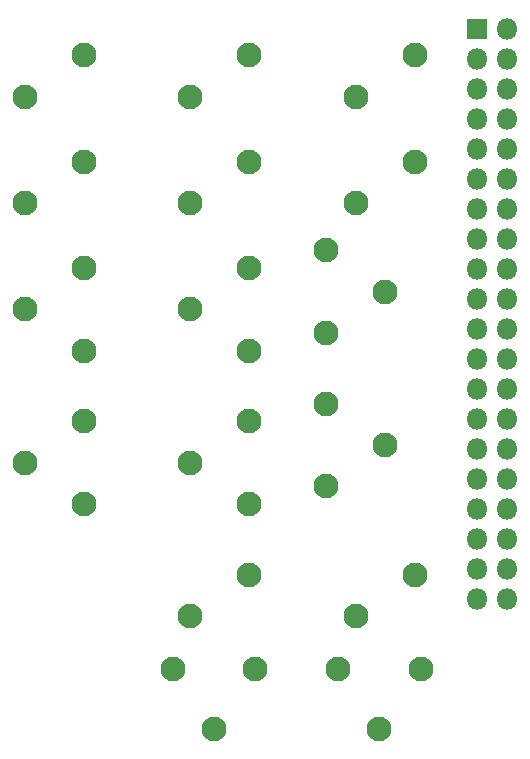
<source format=gbr>
%TF.GenerationSoftware,KiCad,Pcbnew,(5.1.6)-1*%
%TF.CreationDate,2022-01-17T21:19:15-08:00*%
%TF.ProjectId,PCB,5043422e-6b69-4636-9164-5f7063625858,rev?*%
%TF.SameCoordinates,Original*%
%TF.FileFunction,Soldermask,Bot*%
%TF.FilePolarity,Negative*%
%FSLAX46Y46*%
G04 Gerber Fmt 4.6, Leading zero omitted, Abs format (unit mm)*
G04 Created by KiCad (PCBNEW (5.1.6)-1) date 2022-01-17 21:19:15*
%MOMM*%
%LPD*%
G01*
G04 APERTURE LIST*
%ADD10O,1.800000X1.800000*%
%ADD11R,1.800000X1.800000*%
%ADD12C,2.100000*%
G04 APERTURE END LIST*
D10*
%TO.C,J7*%
X162540000Y-108260000D03*
X160000000Y-108260000D03*
X162540000Y-105720000D03*
X160000000Y-105720000D03*
X162540000Y-103180000D03*
X160000000Y-103180000D03*
X162540000Y-100640000D03*
X160000000Y-100640000D03*
X162540000Y-98100000D03*
X160000000Y-98100000D03*
X162540000Y-95560000D03*
X160000000Y-95560000D03*
X162540000Y-93020000D03*
X160000000Y-93020000D03*
X162540000Y-90480000D03*
X160000000Y-90480000D03*
X162540000Y-87940000D03*
X160000000Y-87940000D03*
X162540000Y-85400000D03*
X160000000Y-85400000D03*
X162540000Y-82860000D03*
X160000000Y-82860000D03*
X162540000Y-80320000D03*
X160000000Y-80320000D03*
X162540000Y-77780000D03*
X160000000Y-77780000D03*
X162540000Y-75240000D03*
X160000000Y-75240000D03*
X162540000Y-72700000D03*
X160000000Y-72700000D03*
X162540000Y-70160000D03*
X160000000Y-70160000D03*
X162540000Y-67620000D03*
X160000000Y-67620000D03*
X162540000Y-65080000D03*
X160000000Y-65080000D03*
X162540000Y-62540000D03*
X160000000Y-62540000D03*
X162540000Y-60000000D03*
D11*
X160000000Y-60000000D03*
%TD*%
D12*
%TO.C,J17*%
X149750000Y-74750000D03*
X154750000Y-71250000D03*
%TD*%
%TO.C,J16*%
X149750000Y-65750000D03*
X154750000Y-62250000D03*
%TD*%
%TO.C,J15*%
X135750000Y-74750000D03*
X140750000Y-71250000D03*
%TD*%
%TO.C,J14*%
X135750000Y-65750000D03*
X140750000Y-62250000D03*
%TD*%
%TO.C,J13*%
X149750000Y-109750000D03*
X154750000Y-106250000D03*
%TD*%
%TO.C,J12*%
X121750000Y-74750000D03*
X126750000Y-71250000D03*
%TD*%
%TO.C,J11*%
X121750000Y-65750000D03*
X126750000Y-62250000D03*
%TD*%
%TO.C,J10*%
X140750000Y-87250000D03*
X135750000Y-83750000D03*
X140750000Y-80250000D03*
%TD*%
%TO.C,J9*%
X140750000Y-100250000D03*
X135750000Y-96750000D03*
X140750000Y-93250000D03*
%TD*%
%TO.C,J8*%
X141250000Y-114250000D03*
X137750000Y-119250000D03*
X134250000Y-114250000D03*
%TD*%
%TO.C,J6*%
X147250000Y-91750000D03*
X152250000Y-95250000D03*
X147250000Y-98750000D03*
%TD*%
%TO.C,J5*%
X155250000Y-114250000D03*
X151750000Y-119250000D03*
X148250000Y-114250000D03*
%TD*%
%TO.C,J4*%
X147250000Y-78750000D03*
X152250000Y-82250000D03*
X147250000Y-85750000D03*
%TD*%
%TO.C,J3*%
X126750000Y-100250000D03*
X121750000Y-96750000D03*
X126750000Y-93250000D03*
%TD*%
%TO.C,J2*%
X126750000Y-87250000D03*
X121750000Y-83750000D03*
X126750000Y-80250000D03*
%TD*%
%TO.C,J1*%
X135750000Y-109750000D03*
X140750000Y-106250000D03*
%TD*%
M02*

</source>
